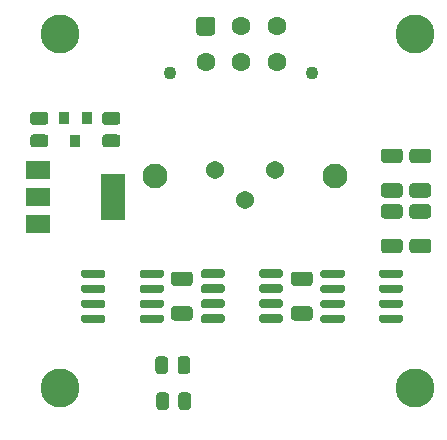
<source format=gbr>
G04 #@! TF.GenerationSoftware,KiCad,Pcbnew,(5.1.6)-1*
G04 #@! TF.CreationDate,2021-06-24T15:04:22+10:00*
G04 #@! TF.ProjectId,BSPD_Accumulator,42535044-5f41-4636-9375-6d756c61746f,rev?*
G04 #@! TF.SameCoordinates,Original*
G04 #@! TF.FileFunction,Soldermask,Top*
G04 #@! TF.FilePolarity,Negative*
%FSLAX46Y46*%
G04 Gerber Fmt 4.6, Leading zero omitted, Abs format (unit mm)*
G04 Created by KiCad (PCBNEW (5.1.6)-1) date 2021-06-24 15:04:22*
%MOMM*%
%LPD*%
G01*
G04 APERTURE LIST*
%ADD10C,1.100000*%
%ADD11C,1.600000*%
%ADD12C,3.300000*%
%ADD13R,0.900000X1.000000*%
%ADD14C,1.540000*%
%ADD15R,2.100000X3.900000*%
%ADD16R,2.100000X1.600000*%
%ADD17C,2.100000*%
G04 APERTURE END LIST*
D10*
X82344000Y-49660000D03*
X94344000Y-49660000D03*
G36*
G01*
X84544000Y-46253333D02*
X84544000Y-45186667D01*
G75*
G02*
X84810667Y-44920000I266667J0D01*
G01*
X85877333Y-44920000D01*
G75*
G02*
X86144000Y-45186667I0J-266667D01*
G01*
X86144000Y-46253333D01*
G75*
G02*
X85877333Y-46520000I-266667J0D01*
G01*
X84810667Y-46520000D01*
G75*
G02*
X84544000Y-46253333I0J266667D01*
G01*
G37*
D11*
X88344000Y-45720000D03*
X91344000Y-45720000D03*
X85344000Y-48720000D03*
X88344000Y-48720000D03*
X91344000Y-48720000D03*
D12*
X73025000Y-76355000D03*
X103025000Y-76355000D03*
X103025000Y-46355000D03*
X73025000Y-46355000D03*
G36*
G01*
X71747000Y-55983000D02*
X70747000Y-55983000D01*
G75*
G02*
X70472000Y-55708000I0J275000D01*
G01*
X70472000Y-55158000D01*
G75*
G02*
X70747000Y-54883000I275000J0D01*
G01*
X71747000Y-54883000D01*
G75*
G02*
X72022000Y-55158000I0J-275000D01*
G01*
X72022000Y-55708000D01*
G75*
G02*
X71747000Y-55983000I-275000J0D01*
G01*
G37*
G36*
G01*
X71747000Y-54083000D02*
X70747000Y-54083000D01*
G75*
G02*
X70472000Y-53808000I0J275000D01*
G01*
X70472000Y-53258000D01*
G75*
G02*
X70747000Y-52983000I275000J0D01*
G01*
X71747000Y-52983000D01*
G75*
G02*
X72022000Y-53258000I0J-275000D01*
G01*
X72022000Y-53808000D01*
G75*
G02*
X71747000Y-54083000I-275000J0D01*
G01*
G37*
G36*
G01*
X77843000Y-54083000D02*
X76843000Y-54083000D01*
G75*
G02*
X76568000Y-53808000I0J275000D01*
G01*
X76568000Y-53258000D01*
G75*
G02*
X76843000Y-52983000I275000J0D01*
G01*
X77843000Y-52983000D01*
G75*
G02*
X78118000Y-53258000I0J-275000D01*
G01*
X78118000Y-53808000D01*
G75*
G02*
X77843000Y-54083000I-275000J0D01*
G01*
G37*
G36*
G01*
X77843000Y-55983000D02*
X76843000Y-55983000D01*
G75*
G02*
X76568000Y-55708000I0J275000D01*
G01*
X76568000Y-55158000D01*
G75*
G02*
X76843000Y-54883000I275000J0D01*
G01*
X77843000Y-54883000D01*
G75*
G02*
X78118000Y-55158000I0J-275000D01*
G01*
X78118000Y-55708000D01*
G75*
G02*
X77843000Y-55983000I-275000J0D01*
G01*
G37*
G36*
G01*
X81075000Y-74903250D02*
X81075000Y-73940750D01*
G75*
G02*
X81343750Y-73672000I268750J0D01*
G01*
X81881250Y-73672000D01*
G75*
G02*
X82150000Y-73940750I0J-268750D01*
G01*
X82150000Y-74903250D01*
G75*
G02*
X81881250Y-75172000I-268750J0D01*
G01*
X81343750Y-75172000D01*
G75*
G02*
X81075000Y-74903250I0J268750D01*
G01*
G37*
G36*
G01*
X82950000Y-74903250D02*
X82950000Y-73940750D01*
G75*
G02*
X83218750Y-73672000I268750J0D01*
G01*
X83756250Y-73672000D01*
G75*
G02*
X84025000Y-73940750I0J-268750D01*
G01*
X84025000Y-74903250D01*
G75*
G02*
X83756250Y-75172000I-268750J0D01*
G01*
X83218750Y-75172000D01*
G75*
G02*
X82950000Y-74903250I0J268750D01*
G01*
G37*
G36*
G01*
X83028500Y-77951250D02*
X83028500Y-76988750D01*
G75*
G02*
X83297250Y-76720000I268750J0D01*
G01*
X83834750Y-76720000D01*
G75*
G02*
X84103500Y-76988750I0J-268750D01*
G01*
X84103500Y-77951250D01*
G75*
G02*
X83834750Y-78220000I-268750J0D01*
G01*
X83297250Y-78220000D01*
G75*
G02*
X83028500Y-77951250I0J268750D01*
G01*
G37*
G36*
G01*
X81153500Y-77951250D02*
X81153500Y-76988750D01*
G75*
G02*
X81422250Y-76720000I268750J0D01*
G01*
X81959750Y-76720000D01*
G75*
G02*
X82228500Y-76988750I0J-268750D01*
G01*
X82228500Y-77951250D01*
G75*
G02*
X81959750Y-78220000I-268750J0D01*
G01*
X81422250Y-78220000D01*
G75*
G02*
X81153500Y-77951250I0J268750D01*
G01*
G37*
D13*
X75245000Y-53483000D03*
X73345000Y-53483000D03*
X74295000Y-55483000D03*
G36*
G01*
X101744779Y-60241000D02*
X100439221Y-60241000D01*
G75*
G02*
X100167000Y-59968779I0J272221D01*
G01*
X100167000Y-59288221D01*
G75*
G02*
X100439221Y-59016000I272221J0D01*
G01*
X101744779Y-59016000D01*
G75*
G02*
X102017000Y-59288221I0J-272221D01*
G01*
X102017000Y-59968779D01*
G75*
G02*
X101744779Y-60241000I-272221J0D01*
G01*
G37*
G36*
G01*
X101744779Y-57316000D02*
X100439221Y-57316000D01*
G75*
G02*
X100167000Y-57043779I0J272221D01*
G01*
X100167000Y-56363221D01*
G75*
G02*
X100439221Y-56091000I272221J0D01*
G01*
X101744779Y-56091000D01*
G75*
G02*
X102017000Y-56363221I0J-272221D01*
G01*
X102017000Y-57043779D01*
G75*
G02*
X101744779Y-57316000I-272221J0D01*
G01*
G37*
G36*
G01*
X100439221Y-63715000D02*
X101744779Y-63715000D01*
G75*
G02*
X102017000Y-63987221I0J-272221D01*
G01*
X102017000Y-64667779D01*
G75*
G02*
X101744779Y-64940000I-272221J0D01*
G01*
X100439221Y-64940000D01*
G75*
G02*
X100167000Y-64667779I0J272221D01*
G01*
X100167000Y-63987221D01*
G75*
G02*
X100439221Y-63715000I272221J0D01*
G01*
G37*
G36*
G01*
X100439221Y-60790000D02*
X101744779Y-60790000D01*
G75*
G02*
X102017000Y-61062221I0J-272221D01*
G01*
X102017000Y-61742779D01*
G75*
G02*
X101744779Y-62015000I-272221J0D01*
G01*
X100439221Y-62015000D01*
G75*
G02*
X100167000Y-61742779I0J272221D01*
G01*
X100167000Y-61062221D01*
G75*
G02*
X100439221Y-60790000I272221J0D01*
G01*
G37*
G36*
G01*
X102852221Y-56091000D02*
X104157779Y-56091000D01*
G75*
G02*
X104430000Y-56363221I0J-272221D01*
G01*
X104430000Y-57043779D01*
G75*
G02*
X104157779Y-57316000I-272221J0D01*
G01*
X102852221Y-57316000D01*
G75*
G02*
X102580000Y-57043779I0J272221D01*
G01*
X102580000Y-56363221D01*
G75*
G02*
X102852221Y-56091000I272221J0D01*
G01*
G37*
G36*
G01*
X102852221Y-59016000D02*
X104157779Y-59016000D01*
G75*
G02*
X104430000Y-59288221I0J-272221D01*
G01*
X104430000Y-59968779D01*
G75*
G02*
X104157779Y-60241000I-272221J0D01*
G01*
X102852221Y-60241000D01*
G75*
G02*
X102580000Y-59968779I0J272221D01*
G01*
X102580000Y-59288221D01*
G75*
G02*
X102852221Y-59016000I272221J0D01*
G01*
G37*
G36*
G01*
X102852221Y-63715000D02*
X104157779Y-63715000D01*
G75*
G02*
X104430000Y-63987221I0J-272221D01*
G01*
X104430000Y-64667779D01*
G75*
G02*
X104157779Y-64940000I-272221J0D01*
G01*
X102852221Y-64940000D01*
G75*
G02*
X102580000Y-64667779I0J272221D01*
G01*
X102580000Y-63987221D01*
G75*
G02*
X102852221Y-63715000I272221J0D01*
G01*
G37*
G36*
G01*
X102852221Y-60790000D02*
X104157779Y-60790000D01*
G75*
G02*
X104430000Y-61062221I0J-272221D01*
G01*
X104430000Y-61742779D01*
G75*
G02*
X104157779Y-62015000I-272221J0D01*
G01*
X102852221Y-62015000D01*
G75*
G02*
X102580000Y-61742779I0J272221D01*
G01*
X102580000Y-61062221D01*
G75*
G02*
X102852221Y-60790000I272221J0D01*
G01*
G37*
G36*
G01*
X82659221Y-66505000D02*
X83964779Y-66505000D01*
G75*
G02*
X84237000Y-66777221I0J-272221D01*
G01*
X84237000Y-67457779D01*
G75*
G02*
X83964779Y-67730000I-272221J0D01*
G01*
X82659221Y-67730000D01*
G75*
G02*
X82387000Y-67457779I0J272221D01*
G01*
X82387000Y-66777221D01*
G75*
G02*
X82659221Y-66505000I272221J0D01*
G01*
G37*
G36*
G01*
X82659221Y-69430000D02*
X83964779Y-69430000D01*
G75*
G02*
X84237000Y-69702221I0J-272221D01*
G01*
X84237000Y-70382779D01*
G75*
G02*
X83964779Y-70655000I-272221J0D01*
G01*
X82659221Y-70655000D01*
G75*
G02*
X82387000Y-70382779I0J272221D01*
G01*
X82387000Y-69702221D01*
G75*
G02*
X82659221Y-69430000I272221J0D01*
G01*
G37*
G36*
G01*
X94124779Y-67730000D02*
X92819221Y-67730000D01*
G75*
G02*
X92547000Y-67457779I0J272221D01*
G01*
X92547000Y-66777221D01*
G75*
G02*
X92819221Y-66505000I272221J0D01*
G01*
X94124779Y-66505000D01*
G75*
G02*
X94397000Y-66777221I0J-272221D01*
G01*
X94397000Y-67457779D01*
G75*
G02*
X94124779Y-67730000I-272221J0D01*
G01*
G37*
G36*
G01*
X94124779Y-70655000D02*
X92819221Y-70655000D01*
G75*
G02*
X92547000Y-70382779I0J272221D01*
G01*
X92547000Y-69702221D01*
G75*
G02*
X92819221Y-69430000I272221J0D01*
G01*
X94124779Y-69430000D01*
G75*
G02*
X94397000Y-69702221I0J-272221D01*
G01*
X94397000Y-70382779D01*
G75*
G02*
X94124779Y-70655000I-272221J0D01*
G01*
G37*
D14*
X91186000Y-57912000D03*
X88646000Y-60452000D03*
X86106000Y-57912000D03*
G36*
G01*
X89849501Y-66844501D02*
X89849501Y-66494501D01*
G75*
G02*
X90024501Y-66319501I175000J0D01*
G01*
X91724501Y-66319501D01*
G75*
G02*
X91899501Y-66494501I0J-175000D01*
G01*
X91899501Y-66844501D01*
G75*
G02*
X91724501Y-67019501I-175000J0D01*
G01*
X90024501Y-67019501D01*
G75*
G02*
X89849501Y-66844501I0J175000D01*
G01*
G37*
G36*
G01*
X89849501Y-68114501D02*
X89849501Y-67764501D01*
G75*
G02*
X90024501Y-67589501I175000J0D01*
G01*
X91724501Y-67589501D01*
G75*
G02*
X91899501Y-67764501I0J-175000D01*
G01*
X91899501Y-68114501D01*
G75*
G02*
X91724501Y-68289501I-175000J0D01*
G01*
X90024501Y-68289501D01*
G75*
G02*
X89849501Y-68114501I0J175000D01*
G01*
G37*
G36*
G01*
X89849501Y-69384501D02*
X89849501Y-69034501D01*
G75*
G02*
X90024501Y-68859501I175000J0D01*
G01*
X91724501Y-68859501D01*
G75*
G02*
X91899501Y-69034501I0J-175000D01*
G01*
X91899501Y-69384501D01*
G75*
G02*
X91724501Y-69559501I-175000J0D01*
G01*
X90024501Y-69559501D01*
G75*
G02*
X89849501Y-69384501I0J175000D01*
G01*
G37*
G36*
G01*
X89849501Y-70654501D02*
X89849501Y-70304501D01*
G75*
G02*
X90024501Y-70129501I175000J0D01*
G01*
X91724501Y-70129501D01*
G75*
G02*
X91899501Y-70304501I0J-175000D01*
G01*
X91899501Y-70654501D01*
G75*
G02*
X91724501Y-70829501I-175000J0D01*
G01*
X90024501Y-70829501D01*
G75*
G02*
X89849501Y-70654501I0J175000D01*
G01*
G37*
G36*
G01*
X84899501Y-70654501D02*
X84899501Y-70304501D01*
G75*
G02*
X85074501Y-70129501I175000J0D01*
G01*
X86774501Y-70129501D01*
G75*
G02*
X86949501Y-70304501I0J-175000D01*
G01*
X86949501Y-70654501D01*
G75*
G02*
X86774501Y-70829501I-175000J0D01*
G01*
X85074501Y-70829501D01*
G75*
G02*
X84899501Y-70654501I0J175000D01*
G01*
G37*
G36*
G01*
X84899501Y-69384501D02*
X84899501Y-69034501D01*
G75*
G02*
X85074501Y-68859501I175000J0D01*
G01*
X86774501Y-68859501D01*
G75*
G02*
X86949501Y-69034501I0J-175000D01*
G01*
X86949501Y-69384501D01*
G75*
G02*
X86774501Y-69559501I-175000J0D01*
G01*
X85074501Y-69559501D01*
G75*
G02*
X84899501Y-69384501I0J175000D01*
G01*
G37*
G36*
G01*
X84899501Y-68114501D02*
X84899501Y-67764501D01*
G75*
G02*
X85074501Y-67589501I175000J0D01*
G01*
X86774501Y-67589501D01*
G75*
G02*
X86949501Y-67764501I0J-175000D01*
G01*
X86949501Y-68114501D01*
G75*
G02*
X86774501Y-68289501I-175000J0D01*
G01*
X85074501Y-68289501D01*
G75*
G02*
X84899501Y-68114501I0J175000D01*
G01*
G37*
G36*
G01*
X84899501Y-66844501D02*
X84899501Y-66494501D01*
G75*
G02*
X85074501Y-66319501I175000J0D01*
G01*
X86774501Y-66319501D01*
G75*
G02*
X86949501Y-66494501I0J-175000D01*
G01*
X86949501Y-66844501D01*
G75*
G02*
X86774501Y-67019501I-175000J0D01*
G01*
X85074501Y-67019501D01*
G75*
G02*
X84899501Y-66844501I0J175000D01*
G01*
G37*
G36*
G01*
X95052000Y-66850000D02*
X95052000Y-66500000D01*
G75*
G02*
X95227000Y-66325000I175000J0D01*
G01*
X96927000Y-66325000D01*
G75*
G02*
X97102000Y-66500000I0J-175000D01*
G01*
X97102000Y-66850000D01*
G75*
G02*
X96927000Y-67025000I-175000J0D01*
G01*
X95227000Y-67025000D01*
G75*
G02*
X95052000Y-66850000I0J175000D01*
G01*
G37*
G36*
G01*
X95052000Y-68120000D02*
X95052000Y-67770000D01*
G75*
G02*
X95227000Y-67595000I175000J0D01*
G01*
X96927000Y-67595000D01*
G75*
G02*
X97102000Y-67770000I0J-175000D01*
G01*
X97102000Y-68120000D01*
G75*
G02*
X96927000Y-68295000I-175000J0D01*
G01*
X95227000Y-68295000D01*
G75*
G02*
X95052000Y-68120000I0J175000D01*
G01*
G37*
G36*
G01*
X95052000Y-69390000D02*
X95052000Y-69040000D01*
G75*
G02*
X95227000Y-68865000I175000J0D01*
G01*
X96927000Y-68865000D01*
G75*
G02*
X97102000Y-69040000I0J-175000D01*
G01*
X97102000Y-69390000D01*
G75*
G02*
X96927000Y-69565000I-175000J0D01*
G01*
X95227000Y-69565000D01*
G75*
G02*
X95052000Y-69390000I0J175000D01*
G01*
G37*
G36*
G01*
X95052000Y-70660000D02*
X95052000Y-70310000D01*
G75*
G02*
X95227000Y-70135000I175000J0D01*
G01*
X96927000Y-70135000D01*
G75*
G02*
X97102000Y-70310000I0J-175000D01*
G01*
X97102000Y-70660000D01*
G75*
G02*
X96927000Y-70835000I-175000J0D01*
G01*
X95227000Y-70835000D01*
G75*
G02*
X95052000Y-70660000I0J175000D01*
G01*
G37*
G36*
G01*
X100002000Y-70660000D02*
X100002000Y-70310000D01*
G75*
G02*
X100177000Y-70135000I175000J0D01*
G01*
X101877000Y-70135000D01*
G75*
G02*
X102052000Y-70310000I0J-175000D01*
G01*
X102052000Y-70660000D01*
G75*
G02*
X101877000Y-70835000I-175000J0D01*
G01*
X100177000Y-70835000D01*
G75*
G02*
X100002000Y-70660000I0J175000D01*
G01*
G37*
G36*
G01*
X100002000Y-69390000D02*
X100002000Y-69040000D01*
G75*
G02*
X100177000Y-68865000I175000J0D01*
G01*
X101877000Y-68865000D01*
G75*
G02*
X102052000Y-69040000I0J-175000D01*
G01*
X102052000Y-69390000D01*
G75*
G02*
X101877000Y-69565000I-175000J0D01*
G01*
X100177000Y-69565000D01*
G75*
G02*
X100002000Y-69390000I0J175000D01*
G01*
G37*
G36*
G01*
X100002000Y-68120000D02*
X100002000Y-67770000D01*
G75*
G02*
X100177000Y-67595000I175000J0D01*
G01*
X101877000Y-67595000D01*
G75*
G02*
X102052000Y-67770000I0J-175000D01*
G01*
X102052000Y-68120000D01*
G75*
G02*
X101877000Y-68295000I-175000J0D01*
G01*
X100177000Y-68295000D01*
G75*
G02*
X100002000Y-68120000I0J175000D01*
G01*
G37*
G36*
G01*
X100002000Y-66850000D02*
X100002000Y-66500000D01*
G75*
G02*
X100177000Y-66325000I175000J0D01*
G01*
X101877000Y-66325000D01*
G75*
G02*
X102052000Y-66500000I0J-175000D01*
G01*
X102052000Y-66850000D01*
G75*
G02*
X101877000Y-67025000I-175000J0D01*
G01*
X100177000Y-67025000D01*
G75*
G02*
X100002000Y-66850000I0J175000D01*
G01*
G37*
D15*
X77470000Y-60198000D03*
D16*
X71170000Y-60198000D03*
X71170000Y-62498000D03*
X71170000Y-57898000D03*
G36*
G01*
X74797000Y-66850000D02*
X74797000Y-66500000D01*
G75*
G02*
X74972000Y-66325000I175000J0D01*
G01*
X76672000Y-66325000D01*
G75*
G02*
X76847000Y-66500000I0J-175000D01*
G01*
X76847000Y-66850000D01*
G75*
G02*
X76672000Y-67025000I-175000J0D01*
G01*
X74972000Y-67025000D01*
G75*
G02*
X74797000Y-66850000I0J175000D01*
G01*
G37*
G36*
G01*
X74797000Y-68120000D02*
X74797000Y-67770000D01*
G75*
G02*
X74972000Y-67595000I175000J0D01*
G01*
X76672000Y-67595000D01*
G75*
G02*
X76847000Y-67770000I0J-175000D01*
G01*
X76847000Y-68120000D01*
G75*
G02*
X76672000Y-68295000I-175000J0D01*
G01*
X74972000Y-68295000D01*
G75*
G02*
X74797000Y-68120000I0J175000D01*
G01*
G37*
G36*
G01*
X74797000Y-69390000D02*
X74797000Y-69040000D01*
G75*
G02*
X74972000Y-68865000I175000J0D01*
G01*
X76672000Y-68865000D01*
G75*
G02*
X76847000Y-69040000I0J-175000D01*
G01*
X76847000Y-69390000D01*
G75*
G02*
X76672000Y-69565000I-175000J0D01*
G01*
X74972000Y-69565000D01*
G75*
G02*
X74797000Y-69390000I0J175000D01*
G01*
G37*
G36*
G01*
X74797000Y-70660000D02*
X74797000Y-70310000D01*
G75*
G02*
X74972000Y-70135000I175000J0D01*
G01*
X76672000Y-70135000D01*
G75*
G02*
X76847000Y-70310000I0J-175000D01*
G01*
X76847000Y-70660000D01*
G75*
G02*
X76672000Y-70835000I-175000J0D01*
G01*
X74972000Y-70835000D01*
G75*
G02*
X74797000Y-70660000I0J175000D01*
G01*
G37*
G36*
G01*
X79747000Y-70660000D02*
X79747000Y-70310000D01*
G75*
G02*
X79922000Y-70135000I175000J0D01*
G01*
X81622000Y-70135000D01*
G75*
G02*
X81797000Y-70310000I0J-175000D01*
G01*
X81797000Y-70660000D01*
G75*
G02*
X81622000Y-70835000I-175000J0D01*
G01*
X79922000Y-70835000D01*
G75*
G02*
X79747000Y-70660000I0J175000D01*
G01*
G37*
G36*
G01*
X79747000Y-69390000D02*
X79747000Y-69040000D01*
G75*
G02*
X79922000Y-68865000I175000J0D01*
G01*
X81622000Y-68865000D01*
G75*
G02*
X81797000Y-69040000I0J-175000D01*
G01*
X81797000Y-69390000D01*
G75*
G02*
X81622000Y-69565000I-175000J0D01*
G01*
X79922000Y-69565000D01*
G75*
G02*
X79747000Y-69390000I0J175000D01*
G01*
G37*
G36*
G01*
X79747000Y-68120000D02*
X79747000Y-67770000D01*
G75*
G02*
X79922000Y-67595000I175000J0D01*
G01*
X81622000Y-67595000D01*
G75*
G02*
X81797000Y-67770000I0J-175000D01*
G01*
X81797000Y-68120000D01*
G75*
G02*
X81622000Y-68295000I-175000J0D01*
G01*
X79922000Y-68295000D01*
G75*
G02*
X79747000Y-68120000I0J175000D01*
G01*
G37*
G36*
G01*
X79747000Y-66850000D02*
X79747000Y-66500000D01*
G75*
G02*
X79922000Y-66325000I175000J0D01*
G01*
X81622000Y-66325000D01*
G75*
G02*
X81797000Y-66500000I0J-175000D01*
G01*
X81797000Y-66850000D01*
G75*
G02*
X81622000Y-67025000I-175000J0D01*
G01*
X79922000Y-67025000D01*
G75*
G02*
X79747000Y-66850000I0J175000D01*
G01*
G37*
D17*
X96266000Y-58420000D03*
X81026000Y-58420000D03*
M02*

</source>
